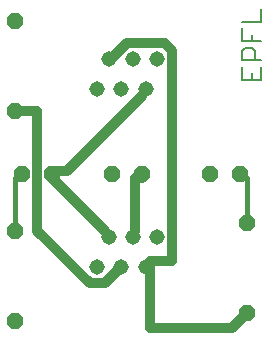
<source format=gtl>
G75*
G70*
%OFA0B0*%
%FSLAX24Y24*%
%IPPOS*%
%LPD*%
%AMOC8*
5,1,8,0,0,1.08239X$1,22.5*
%
%ADD10C,0.0060*%
%ADD11OC8,0.0520*%
%ADD12C,0.0515*%
%ADD13C,0.0320*%
%ADD14C,0.0160*%
D10*
X009636Y009711D02*
X010276Y009711D01*
X010276Y010138D01*
X010276Y010356D02*
X009636Y010356D01*
X009636Y010676D01*
X009743Y010783D01*
X009956Y010783D01*
X010063Y010676D01*
X010063Y010356D01*
X009956Y009925D02*
X009956Y009711D01*
X009636Y009711D02*
X009636Y010138D01*
X009636Y011000D02*
X009636Y011427D01*
X009636Y011645D02*
X010276Y011645D01*
X010276Y012072D01*
X009956Y011214D02*
X009956Y011000D01*
X010276Y011000D02*
X009636Y011000D01*
D11*
X002056Y001681D03*
X002056Y004681D03*
X002306Y006556D03*
X003306Y006556D03*
X002056Y008681D03*
X002056Y011681D03*
X005306Y006556D03*
X006306Y006556D03*
X008556Y006556D03*
X009556Y006556D03*
X009806Y004931D03*
X009806Y001931D03*
D12*
X006806Y004462D03*
X006003Y004462D03*
X005200Y004462D03*
X004806Y003462D03*
X005609Y003462D03*
X006413Y003462D03*
X006413Y009401D03*
X005609Y009401D03*
X004806Y009401D03*
X005200Y010401D03*
X006003Y010401D03*
X006806Y010401D03*
D13*
X007306Y010681D02*
X007056Y010931D01*
X005806Y010931D01*
X005306Y010431D01*
X005200Y010401D01*
X006413Y009401D02*
X006306Y009181D01*
X003806Y006681D01*
X003306Y006681D01*
X003306Y006556D01*
X003306Y006431D01*
X005056Y004681D01*
X005200Y004462D01*
X006003Y004462D02*
X006056Y004681D01*
X006056Y006431D01*
X006306Y006431D01*
X006306Y006556D01*
X006556Y003681D02*
X006413Y003462D01*
X006556Y003431D01*
X006556Y001431D01*
X009306Y001431D01*
X009806Y001931D01*
X007306Y003681D02*
X006556Y003681D01*
X007306Y003681D02*
X007306Y010681D01*
X002806Y008681D02*
X002056Y008681D01*
X002806Y008681D02*
X002806Y004681D01*
X004556Y002931D01*
X005056Y002931D01*
X005556Y003431D01*
X005609Y003462D01*
D14*
X002306Y006431D02*
X002306Y006556D01*
X002306Y006431D02*
X002056Y006431D01*
X002056Y004681D01*
X009556Y006431D02*
X009556Y006556D01*
X009556Y006431D02*
X009806Y006431D01*
X009806Y004931D01*
M02*

</source>
